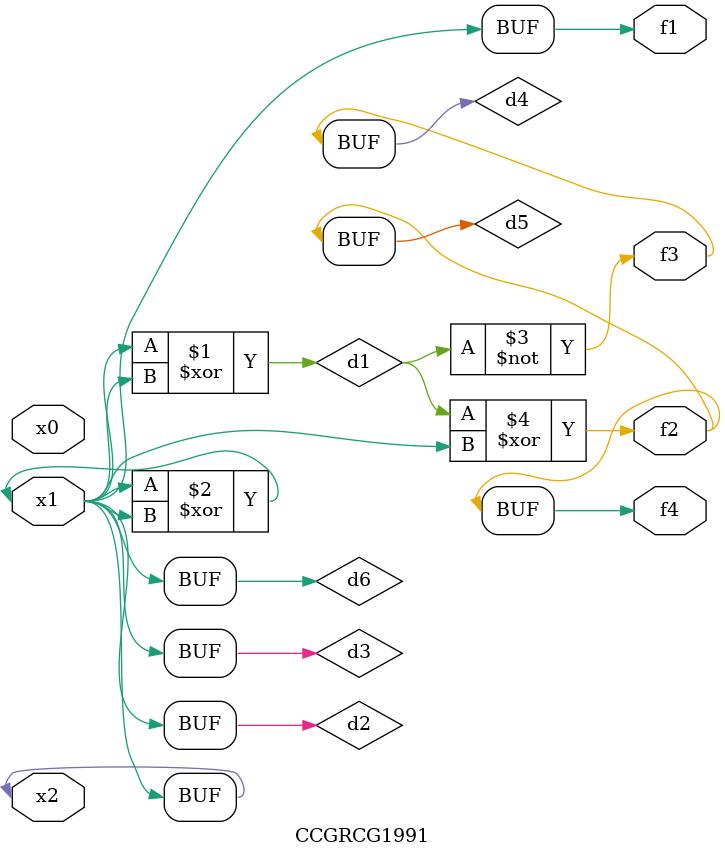
<source format=v>
module CCGRCG1991(
	input x0, x1, x2,
	output f1, f2, f3, f4
);

	wire d1, d2, d3, d4, d5, d6;

	xor (d1, x1, x2);
	buf (d2, x1, x2);
	xor (d3, x1, x2);
	nor (d4, d1);
	xor (d5, d1, d2);
	buf (d6, d2, d3);
	assign f1 = d6;
	assign f2 = d5;
	assign f3 = d4;
	assign f4 = d5;
endmodule

</source>
